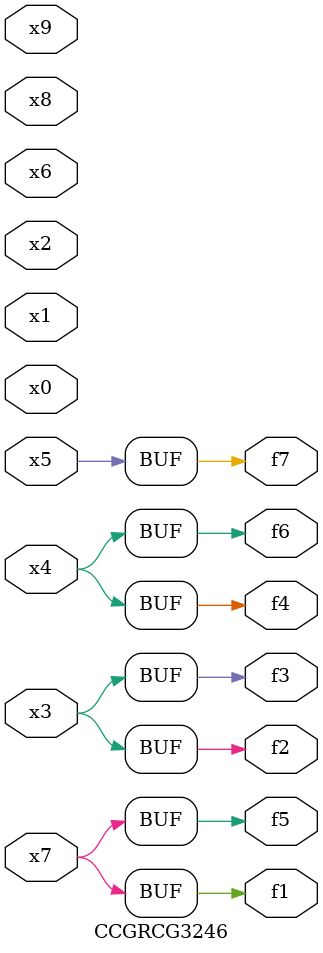
<source format=v>
module CCGRCG3246(
	input x0, x1, x2, x3, x4, x5, x6, x7, x8, x9,
	output f1, f2, f3, f4, f5, f6, f7
);
	assign f1 = x7;
	assign f2 = x3;
	assign f3 = x3;
	assign f4 = x4;
	assign f5 = x7;
	assign f6 = x4;
	assign f7 = x5;
endmodule

</source>
